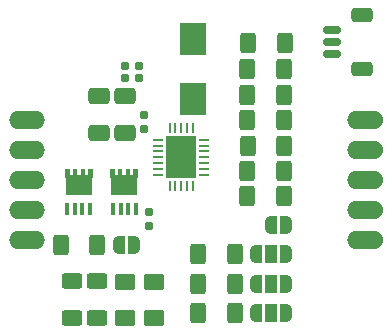
<source format=gbr>
%TF.GenerationSoftware,KiCad,Pcbnew,6.0.10-86aedd382b~118~ubuntu20.04.1*%
%TF.CreationDate,2022-12-20T17:41:17+01:00*%
%TF.ProjectId,DC_UPS,44435f55-5053-42e6-9b69-6361645f7063,rev?*%
%TF.SameCoordinates,Original*%
%TF.FileFunction,Soldermask,Top*%
%TF.FilePolarity,Negative*%
%FSLAX46Y46*%
G04 Gerber Fmt 4.6, Leading zero omitted, Abs format (unit mm)*
G04 Created by KiCad (PCBNEW 6.0.10-86aedd382b~118~ubuntu20.04.1) date 2022-12-20 17:41:17*
%MOMM*%
%LPD*%
G01*
G04 APERTURE LIST*
G04 Aperture macros list*
%AMRoundRect*
0 Rectangle with rounded corners*
0 $1 Rounding radius*
0 $2 $3 $4 $5 $6 $7 $8 $9 X,Y pos of 4 corners*
0 Add a 4 corners polygon primitive as box body*
4,1,4,$2,$3,$4,$5,$6,$7,$8,$9,$2,$3,0*
0 Add four circle primitives for the rounded corners*
1,1,$1+$1,$2,$3*
1,1,$1+$1,$4,$5*
1,1,$1+$1,$6,$7*
1,1,$1+$1,$8,$9*
0 Add four rect primitives between the rounded corners*
20,1,$1+$1,$2,$3,$4,$5,0*
20,1,$1+$1,$4,$5,$6,$7,0*
20,1,$1+$1,$6,$7,$8,$9,0*
20,1,$1+$1,$8,$9,$2,$3,0*%
%AMFreePoly0*
4,1,22,0.550000,-0.750000,0.000000,-0.750000,0.000000,-0.745033,-0.079941,-0.743568,-0.215256,-0.701293,-0.333266,-0.622738,-0.424486,-0.514219,-0.481581,-0.384460,-0.499164,-0.250000,-0.500000,-0.250000,-0.500000,0.250000,-0.499164,0.250000,-0.499963,0.256109,-0.478152,0.396186,-0.417904,0.524511,-0.324060,0.630769,-0.204165,0.706417,-0.067858,0.745374,0.000000,0.744959,0.000000,0.750000,
0.550000,0.750000,0.550000,-0.750000,0.550000,-0.750000,$1*%
%AMFreePoly1*
4,1,20,0.000000,0.744959,0.073905,0.744508,0.209726,0.703889,0.328688,0.626782,0.421226,0.519385,0.479903,0.390333,0.500000,0.250000,0.500000,-0.250000,0.499851,-0.262216,0.476331,-0.402017,0.414519,-0.529596,0.319384,-0.634700,0.198574,-0.708877,0.061801,-0.746166,0.000000,-0.745033,0.000000,-0.750000,-0.550000,-0.750000,-0.550000,0.750000,0.000000,0.750000,0.000000,0.744959,
0.000000,0.744959,$1*%
%AMFreePoly2*
4,1,21,1.372500,0.787500,0.862500,0.787500,0.862500,0.532500,1.372500,0.532500,1.372500,0.127500,0.862500,0.127500,0.862500,-0.127500,1.372500,-0.127500,1.372500,-0.532500,0.862500,-0.532500,0.862500,-0.787500,1.372500,-0.787500,1.372500,-1.195000,0.612500,-1.195000,0.612500,-1.117500,-0.862500,-1.117500,-0.862500,1.117500,0.612500,1.117500,0.612500,1.195000,1.372500,1.195000,
1.372500,0.787500,1.372500,0.787500,$1*%
%AMFreePoly3*
4,1,22,0.500000,-0.750000,0.000000,-0.750000,0.000000,-0.745033,-0.079941,-0.743568,-0.215256,-0.701293,-0.333266,-0.622738,-0.424486,-0.514219,-0.481581,-0.384460,-0.499164,-0.250000,-0.500000,-0.250000,-0.500000,0.250000,-0.499164,0.250000,-0.499963,0.256109,-0.478152,0.396186,-0.417904,0.524511,-0.324060,0.630769,-0.204165,0.706417,-0.067858,0.745374,0.000000,0.744959,0.000000,0.750000,
0.500000,0.750000,0.500000,-0.750000,0.500000,-0.750000,$1*%
%AMFreePoly4*
4,1,20,0.000000,0.744959,0.073905,0.744508,0.209726,0.703889,0.328688,0.626782,0.421226,0.519385,0.479903,0.390333,0.500000,0.250000,0.500000,-0.250000,0.499851,-0.262216,0.476331,-0.402017,0.414519,-0.529596,0.319384,-0.634700,0.198574,-0.708877,0.061801,-0.746166,0.000000,-0.745033,0.000000,-0.750000,-0.500000,-0.750000,-0.500000,0.750000,0.000000,0.750000,0.000000,0.744959,
0.000000,0.744959,$1*%
G04 Aperture macros list end*
%ADD10RoundRect,0.250000X0.400000X0.625000X-0.400000X0.625000X-0.400000X-0.625000X0.400000X-0.625000X0*%
%ADD11FreePoly0,0.000000*%
%ADD12R,1.000000X1.500000*%
%ADD13FreePoly1,0.000000*%
%ADD14RoundRect,0.250000X-0.400000X-0.625000X0.400000X-0.625000X0.400000X0.625000X-0.400000X0.625000X0*%
%ADD15RoundRect,0.062500X-0.362500X-0.062500X0.362500X-0.062500X0.362500X0.062500X-0.362500X0.062500X0*%
%ADD16RoundRect,0.062500X-0.062500X-0.362500X0.062500X-0.362500X0.062500X0.362500X-0.062500X0.362500X0*%
%ADD17R,2.650000X3.650000*%
%ADD18R,2.200000X2.700000*%
%ADD19R,0.405000X0.990000*%
%ADD20FreePoly2,90.000000*%
%ADD21RoundRect,0.250000X0.650000X-0.412500X0.650000X0.412500X-0.650000X0.412500X-0.650000X-0.412500X0*%
%ADD22RoundRect,0.250000X-0.625000X0.400000X-0.625000X-0.400000X0.625000X-0.400000X0.625000X0.400000X0*%
%ADD23FreePoly3,0.000000*%
%ADD24FreePoly4,0.000000*%
%ADD25RoundRect,0.150000X-0.625000X0.150000X-0.625000X-0.150000X0.625000X-0.150000X0.625000X0.150000X0*%
%ADD26RoundRect,0.250000X-0.650000X0.350000X-0.650000X-0.350000X0.650000X-0.350000X0.650000X0.350000X0*%
%ADD27RoundRect,0.155000X0.212500X0.155000X-0.212500X0.155000X-0.212500X-0.155000X0.212500X-0.155000X0*%
%ADD28FreePoly3,180.000000*%
%ADD29FreePoly4,180.000000*%
%ADD30RoundRect,0.250001X-0.624999X0.462499X-0.624999X-0.462499X0.624999X-0.462499X0.624999X0.462499X0*%
%ADD31RoundRect,0.155000X0.155000X-0.212500X0.155000X0.212500X-0.155000X0.212500X-0.155000X-0.212500X0*%
%ADD32O,3.048000X1.524000*%
%ADD33C,1.524000*%
%ADD34RoundRect,0.155000X-0.155000X0.212500X-0.155000X-0.212500X0.155000X-0.212500X0.155000X0.212500X0*%
G04 APERTURE END LIST*
D10*
%TO.C,R_{pf}1*%
X52450000Y-37750000D03*
X49350000Y-37750000D03*
%TD*%
D11*
%TO.C,F_SEL1*%
X50050000Y-53750000D03*
D12*
X51350000Y-53750000D03*
D13*
X52650000Y-53750000D03*
%TD*%
D14*
%TO.C,R5*%
X45200000Y-53750000D03*
X48300000Y-53750000D03*
%TD*%
%TO.C,R4*%
X45200000Y-51250000D03*
X48300000Y-51250000D03*
%TD*%
D15*
%TO.C,U1*%
X41800000Y-41550000D03*
X41800000Y-42050000D03*
X41800000Y-42550000D03*
X41800000Y-43050000D03*
X41800000Y-43550000D03*
X41800000Y-44050000D03*
X41800000Y-44550000D03*
D16*
X42750000Y-45500000D03*
X43250000Y-45500000D03*
X43750000Y-45500000D03*
X44250000Y-45500000D03*
X44750000Y-45500000D03*
D15*
X45700000Y-44550000D03*
X45700000Y-44050000D03*
X45700000Y-43550000D03*
X45700000Y-43050000D03*
X45700000Y-42550000D03*
X45700000Y-42050000D03*
X45700000Y-41550000D03*
D16*
X44750000Y-40600000D03*
X44250000Y-40600000D03*
X43750000Y-40600000D03*
X43250000Y-40600000D03*
X42750000Y-40600000D03*
D17*
X43750000Y-43050000D03*
%TD*%
D18*
%TO.C,L1*%
X44750000Y-38100000D03*
X44750000Y-33000000D03*
%TD*%
D19*
%TO.C,Q1*%
X37944891Y-47389374D03*
X38604891Y-47389374D03*
X39264891Y-47389374D03*
X39924891Y-47389374D03*
D20*
X38934891Y-45396874D03*
%TD*%
D21*
%TO.C,C5*%
X39000000Y-40950000D03*
X39000000Y-37825000D03*
%TD*%
D14*
%TO.C,R_Prog1*%
X49400000Y-33400000D03*
X52500000Y-33400000D03*
%TD*%
D10*
%TO.C,R_{fb}1*%
X52454498Y-42059157D03*
X49354498Y-42059157D03*
%TD*%
D22*
%TO.C,R3*%
X36640000Y-53520000D03*
X36640000Y-56620000D03*
%TD*%
D10*
%TO.C,R_{sense}1*%
X36650000Y-50450000D03*
X33550000Y-50450000D03*
%TD*%
D22*
%TO.C,R2*%
X34470000Y-53520000D03*
X34470000Y-56620000D03*
%TD*%
D11*
%TO.C,F_SEL2*%
X50050000Y-56250000D03*
D12*
X51350000Y-56250000D03*
D13*
X52650000Y-56250000D03*
%TD*%
D23*
%TO.C,OVPO1*%
X38450000Y-50450000D03*
D24*
X39750000Y-50450000D03*
%TD*%
D25*
%TO.C,J4*%
X56505000Y-32270000D03*
X56505000Y-33270000D03*
X56505000Y-34270000D03*
D26*
X59030000Y-35570000D03*
X59030000Y-30970000D03*
%TD*%
D14*
%TO.C,R_{fb}2*%
X49350000Y-39900000D03*
X52450000Y-39900000D03*
%TD*%
D27*
%TO.C,C2*%
X40135000Y-35300000D03*
X39000000Y-35300000D03*
%TD*%
D28*
%TO.C,NTC_Dis0*%
X52650000Y-48750000D03*
D29*
X51350000Y-48750000D03*
%TD*%
D30*
%TO.C,D2*%
X39010000Y-53645000D03*
X39010000Y-56620000D03*
%TD*%
D19*
%TO.C,Q2*%
X34060000Y-47389374D03*
X34720000Y-47389374D03*
X35380000Y-47389374D03*
X36040000Y-47389374D03*
D20*
X35050000Y-45396874D03*
%TD*%
D31*
%TO.C,C4*%
X40600000Y-40617500D03*
X40600000Y-39482500D03*
%TD*%
D14*
%TO.C,R6*%
X45200000Y-56250000D03*
X48300000Y-56250000D03*
%TD*%
D30*
%TO.C,D1*%
X41430000Y-53645000D03*
X41430000Y-56620000D03*
%TD*%
D14*
%TO.C,R_{pf}2*%
X49350000Y-35600000D03*
X52450000Y-35600000D03*
%TD*%
D27*
%TO.C,C3*%
X40135000Y-36350000D03*
X39000000Y-36350000D03*
%TD*%
D32*
%TO.C,J2*%
X30713000Y-50085000D03*
D33*
X29975000Y-50085000D03*
D32*
X30713000Y-47545000D03*
D33*
X29975000Y-47545000D03*
D32*
X30713000Y-45005000D03*
D33*
X29975000Y-45005000D03*
D32*
X30713000Y-42465000D03*
D33*
X29975000Y-42465000D03*
D32*
X30713000Y-39925000D03*
D33*
X29975000Y-39925000D03*
%TD*%
D10*
%TO.C,R1*%
X52450000Y-46350000D03*
X49350000Y-46350000D03*
%TD*%
D11*
%TO.C,F_SEL0*%
X50050000Y-51250000D03*
D12*
X51350000Y-51250000D03*
D13*
X52650000Y-51250000D03*
%TD*%
D21*
%TO.C,C6*%
X36800000Y-40950000D03*
X36800000Y-37825000D03*
%TD*%
D10*
%TO.C,R_{BIAS}1*%
X52450000Y-44200000D03*
X49350000Y-44200000D03*
%TD*%
D34*
%TO.C,C1*%
X41050000Y-47715000D03*
X41050000Y-48850000D03*
%TD*%
D32*
%TO.C,J3*%
X59287000Y-50090000D03*
D33*
X60025000Y-50090000D03*
D32*
X59287000Y-47550000D03*
D33*
X60025000Y-47550000D03*
D32*
X59287000Y-45010000D03*
D33*
X60025000Y-45010000D03*
X60025000Y-42470000D03*
D32*
X59287000Y-42470000D03*
X59287000Y-39930000D03*
D33*
X60025000Y-39930000D03*
%TD*%
M02*

</source>
